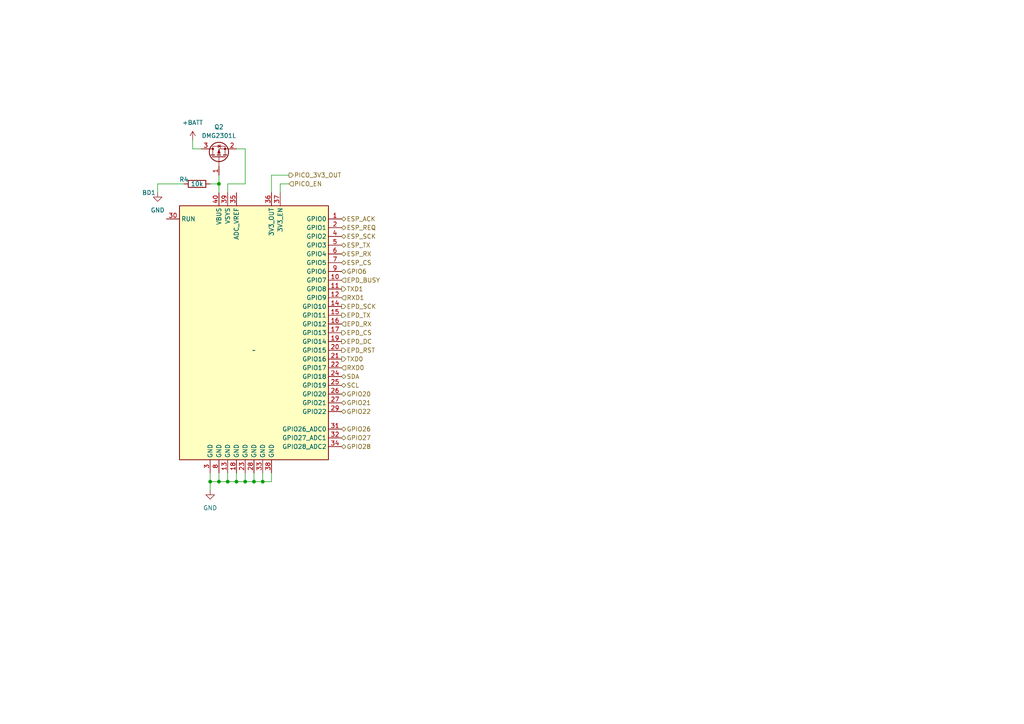
<source format=kicad_sch>
(kicad_sch (version 20231120) (generator "eeschema") (generator_version "8.0")
  (paper "A4")
  (lib_symbols
    (symbol "Custom:RPi-Pico"
      (property "Reference" "BD" (at 0 0 0))
      (symbol "RPi-Pico_0_1"
        (rectangle (start -21.59 41.91) (end 21.59 -31.75) (stroke (width 0.254)) (fill (type background)))
      )
      (symbol "RPi-Pico_1_1"
        (pin bidirectional line (at 25.4 38.1 180) (length 3.81) (name "GPIO0") (number "1"))
        (pin bidirectional line (at 25.4 20.32 180) (length 3.81) (name "GPIO7") (number "10"))
        (pin bidirectional line (at 25.4 17.78 180) (length 3.81) (name "GPIO8") (number "11"))
        (pin bidirectional line (at 25.4 15.24 180) (length 3.81) (name "GPIO9") (number "12"))
        (pin power_in line (at -7.62 -35.56 90) (length 3.81) (name "GND") (number "13"))
        (pin bidirectional line (at 25.4 12.7 180) (length 3.81) (name "GPIO10") (number "14"))
        (pin bidirectional line (at 25.4 10.16 180) (length 3.81) (name "GPIO11") (number "15"))
        (pin bidirectional line (at 25.4 7.62 180) (length 3.81) (name "GPIO12") (number "16"))
        (pin bidirectional line (at 25.4 5.08 180) (length 3.81) (name "GPIO13") (number "17"))
        (pin power_in line (at -5.08 -35.56 90) (length 3.81) (name "GND") (number "18"))
        (pin bidirectional line (at 25.4 2.54 180) (length 3.81) (name "GPIO14") (number "19"))
        (pin bidirectional line (at 25.4 35.56 180) (length 3.81) (name "GPIO1") (number "2"))
        (pin bidirectional line (at 25.4 0 180) (length 3.81) (name "GPIO15") (number "20"))
        (pin bidirectional line (at 25.4 -2.54 180) (length 3.81) (name "GPIO16") (number "21"))
        (pin bidirectional line (at 25.4 -5.08 180) (length 3.81) (name "GPIO17") (number "22"))
        (pin power_in line (at -2.54 -35.56 90) (length 3.81) (name "GND") (number "23"))
        (pin bidirectional line (at 25.4 -7.62 180) (length 3.81) (name "GPIO18") (number "24"))
        (pin bidirectional line (at 25.4 -10.16 180) (length 3.81) (name "GPIO19") (number "25"))
        (pin bidirectional line (at 25.4 -12.7 180) (length 3.81) (name "GPIO20") (number "26"))
        (pin bidirectional line (at 25.4 -15.24 180) (length 3.81) (name "GPIO21") (number "27"))
        (pin power_in line (at 0 -35.56 90) (length 3.81) (name "GND") (number "28"))
        (pin bidirectional line (at 25.4 -17.78 180) (length 3.81) (name "GPIO22") (number "29"))
        (pin power_in line (at -12.7 -35.56 90) (length 3.81) (name "GND") (number "3"))
        (pin input line (at -25.4 38.1 0) (length 3.81) (name "RUN") (number "30"))
        (pin bidirectional line (at 25.4 -22.86 180) (length 3.81) (name "GPIO26_ADC0") (number "31"))
        (pin bidirectional line (at 25.4 -25.4 180) (length 3.81) (name "GPIO27_ADC1") (number "32"))
        (pin power_in line (at 2.54 -35.56 90) (length 3.81) (name "GND") (number "33"))
        (pin bidirectional line (at 25.4 -27.94 180) (length 3.81) (name "GPIO28_ADC2") (number "34"))
        (pin power_in line (at -5.08 45.72 270) (length 3.81) (name "ADC_VREF") (number "35"))
        (pin power_out line (at 5.08 45.72 270) (length 3.81) (name "3V3_OUT") (number "36"))
        (pin power_in line (at 7.62 45.72 270) (length 3.81) (name "3V3_EN") (number "37"))
        (pin power_in line (at 5.08 -35.56 90) (length 3.81) (name "GND") (number "38"))
        (pin power_in line (at -7.62 45.72 270) (length 3.81) (name "VSYS") (number "39"))
        (pin bidirectional line (at 25.4 33.02 180) (length 3.81) (name "GPIO2") (number "4"))
        (pin power_in line (at -10.16 45.72 270) (length 3.81) (name "VBUS") (number "40"))
        (pin bidirectional line (at 25.4 30.48 180) (length 3.81) (name "GPIO3") (number "5"))
        (pin bidirectional line (at 25.4 27.94 180) (length 3.81) (name "GPIO4") (number "6"))
        (pin bidirectional line (at 25.4 25.4 180) (length 3.81) (name "GPIO5") (number "7"))
        (pin power_in line (at -10.16 -35.56 90) (length 3.81) (name "GND") (number "8"))
        (pin bidirectional line (at 25.4 22.86 180) (length 3.81) (name "GPIO6") (number "9"))
      )
    )
    (symbol "Device:R" (pin_numbers hide) (pin_names (offset 0))
      (property "Reference" "R" (at 2.032 0 90))
      (property "Value" "R" (at 0 0 90))
      (symbol "R_0_1"
        (rectangle (start -1.016 -2.54) (end 1.016 2.54) (stroke (width 0.254)))
      )
      (symbol "R_1_1"
        (pin passive line (at 0 3.81 270) (length 1.27) (name "~") (number "1"))
        (pin passive line (at 0 -3.81 90) (length 1.27) (name "~") (number "2"))
      )
    )
    (symbol "Transistor_FET:DMG2301L" (pin_names hide)
      (property "Reference" "Q" (at 5.08 1.905 0))
      (property "Value" "DMG2301L" (at 5.08 0 0))
      (symbol "DMG2301L_0_1"
        (polyline (pts (xy 0.254 0) (xy -2.54 0)))
        (polyline (pts (xy 0.254 1.905) (xy 0.254 -1.905)) (stroke (width 0.254)))
        (polyline (pts (xy 0.762 -1.27) (xy 0.762 -2.286)) (stroke (width 0.254)))
        (polyline (pts (xy 0.762 0.508) (xy 0.762 -0.508)) (stroke (width 0.254)))
        (polyline (pts (xy 0.762 2.286) (xy 0.762 1.27)) (stroke (width 0.254)))
        (polyline (pts (xy 2.54 2.54) (xy 2.54 1.778)))
        (polyline (pts (xy 2.54 -2.54) (xy 2.54 0) (xy 0.762 0)))
        (polyline (pts (xy 0.762 1.778) (xy 3.302 1.778) (xy 3.302 -1.778) (xy 0.762 -1.778)))
        (polyline (pts (xy 2.286 0) (xy 1.27 0.381) (xy 1.27 -0.381) (xy 2.286 0)) (fill (type outline)))
        (polyline (pts (xy 2.794 -0.508) (xy 2.921 -0.381) (xy 3.683 -0.381) (xy 3.81 -0.254)))
        (polyline (pts (xy 3.302 -0.381) (xy 2.921 0.254) (xy 3.683 0.254) (xy 3.302 -0.381)))
        (circle (center 1.651 0) (radius 2.794) (stroke (width 0.254)))
        (circle (center 2.54 -1.778) (radius 0.254) (fill (type outline)))
        (circle (center 2.54 1.778) (radius 0.254) (fill (type outline)))
      )
      (symbol "DMG2301L_1_1"
        (pin input line (at -5.08 0 0) (length 2.54) (name "G") (number "1"))
        (pin passive line (at 2.54 -5.08 90) (length 2.54) (name "S") (number "2"))
        (pin passive line (at 2.54 5.08 270) (length 2.54) (name "D") (number "3"))
      )
    )
    (symbol "power:+BATT" (power) (pin_names (offset 0))
      (property "Value" "+BATT" (at 0 3.556 0))
      (symbol "+BATT_0_1"
        (polyline (pts (xy -0.762 1.27) (xy 0 2.54)))
        (polyline (pts (xy 0 0) (xy 0 2.54)))
        (polyline (pts (xy 0 2.54) (xy 0.762 1.27)))
      )
      (symbol "+BATT_1_1"
        (pin power_in line (at 0 0 90) (length 0) hide (name "+BATT") (number "1"))
      )
    )
    (symbol "power:GND" (power) (pin_names (offset 0))
      (property "Value" "GND" (at 0 -3.81 0))
      (symbol "GND_0_1"
        (polyline (pts (xy 0 0) (xy 0 -1.27) (xy 1.27 -1.27) (xy 0 -2.54) (xy -1.27 -1.27) (xy 0 -1.27)))
      )
      (symbol "GND_1_1"
        (pin power_in line (at 0 0 270) (length 0) hide (name "GND") (number "1"))
      )
    )
  )
  (junction (at 63.5 53.34))
  (junction (at 76.2 139.7))
  (junction (at 63.5 139.7))
  (junction (at 60.96 139.7))
  (junction (at 68.58 139.7))
  (junction (at 66.04 139.7))
  (junction (at 71.12 139.7))
  (junction (at 73.66 139.7))
  (wire (pts (xy 63.5 137.16) (xy 63.5 139.7)))
  (wire (pts (xy 66.04 55.88) (xy 66.04 53.34)))
  (wire (pts (xy 66.04 53.34) (xy 71.12 53.34)))
  (wire (pts (xy 76.2 139.7) (xy 73.66 139.7)))
  (wire (pts (xy 71.12 137.16) (xy 71.12 139.7)))
  (wire (pts (xy 66.04 139.7) (xy 63.5 139.7)))
  (wire (pts (xy 73.66 137.16) (xy 73.66 139.7)))
  (wire (pts (xy 71.12 139.7) (xy 68.58 139.7)))
  (wire (pts (xy 78.74 50.8) (xy 83.82 50.8)))
  (wire (pts (xy 78.74 55.88) (xy 78.74 50.8)))
  (wire (pts (xy 81.28 53.34) (xy 81.28 55.88)))
  (wire (pts (xy 45.72 55.88) (xy 45.72 53.34)))
  (wire (pts (xy 73.66 139.7) (xy 71.12 139.7)))
  (wire (pts (xy 60.96 139.7) (xy 60.96 142.24)))
  (wire (pts (xy 68.58 43.18) (xy 71.12 43.18)))
  (wire (pts (xy 71.12 53.34) (xy 71.12 43.18)))
  (wire (pts (xy 78.74 139.7) (xy 76.2 139.7)))
  (wire (pts (xy 55.88 43.18) (xy 55.88 40.64)))
  (wire (pts (xy 81.28 53.34) (xy 83.82 53.34)))
  (wire (pts (xy 63.5 50.8) (xy 63.5 53.34)))
  (wire (pts (xy 66.04 137.16) (xy 66.04 139.7)))
  (wire (pts (xy 76.2 137.16) (xy 76.2 139.7)))
  (wire (pts (xy 68.58 139.7) (xy 66.04 139.7)))
  (wire (pts (xy 63.5 139.7) (xy 60.96 139.7)))
  (wire (pts (xy 78.74 137.16) (xy 78.74 139.7)))
  (wire (pts (xy 45.72 53.34) (xy 53.34 53.34)))
  (wire (pts (xy 68.58 137.16) (xy 68.58 139.7)))
  (wire (pts (xy 55.88 43.18) (xy 58.42 43.18)))
  (wire (pts (xy 60.96 137.16) (xy 60.96 139.7)))
  (wire (pts (xy 63.5 53.34) (xy 63.5 55.88)))
  (wire (pts (xy 60.96 53.34) (xy 63.5 53.34)))
  (hierarchical_label "ESP_CS" (shape bidirectional) (at 99.06 76.2 0))
  (hierarchical_label "PICO_3V3_OUT" (shape output) (at 83.82 50.8 0))
  (hierarchical_label "EPD_BUSY" (shape input) (at 99.06 81.28 0))
  (hierarchical_label "GPIO20" (shape bidirectional) (at 99.06 114.3 0))
  (hierarchical_label "EPD_SCK" (shape output) (at 99.06 88.9 0))
  (hierarchical_label "GPIO22" (shape bidirectional) (at 99.06 119.38 0))
  (hierarchical_label "EPD_RST" (shape output) (at 99.06 101.6 0))
  (hierarchical_label "GPIO28" (shape bidirectional) (at 99.06 129.54 0))
  (hierarchical_label "ESP_RX" (shape bidirectional) (at 99.06 73.66 0))
  (hierarchical_label "GPIO26" (shape bidirectional) (at 99.06 124.46 0))
  (hierarchical_label "RXD1" (shape input) (at 99.06 86.36 0))
  (hierarchical_label "EPD_RX" (shape input) (at 99.06 93.98 0))
  (hierarchical_label "GPIO21" (shape bidirectional) (at 99.06 116.84 0))
  (hierarchical_label "ESP_SCK" (shape bidirectional) (at 99.06 68.58 0))
  (hierarchical_label "SDA" (shape bidirectional) (at 99.06 109.22 0))
  (hierarchical_label "EPD_CS" (shape output) (at 99.06 96.52 0))
  (hierarchical_label "SCL" (shape bidirectional) (at 99.06 111.76 0))
  (hierarchical_label "GPIO27" (shape bidirectional) (at 99.06 127 0))
  (hierarchical_label "TXD0" (shape output) (at 99.06 104.14 0))
  (hierarchical_label "RXD0" (shape input) (at 99.06 106.68 0))
  (hierarchical_label "EPD_TX" (shape output) (at 99.06 91.44 0))
  (hierarchical_label "GPIO6" (shape bidirectional) (at 99.06 78.74 0))
  (hierarchical_label "PICO_EN" (shape input) (at 83.82 53.34 0))
  (hierarchical_label "ESP_TX" (shape bidirectional) (at 99.06 71.12 0))
  (hierarchical_label "TXD1" (shape output) (at 99.06 83.82 0))
  (hierarchical_label "ESP_ACK" (shape bidirectional) (at 99.06 63.5 0))
  (hierarchical_label "EPD_DC" (shape output) (at 99.06 99.06 0))
  (hierarchical_label "ESP_REQ" (shape bidirectional) (at 99.06 66.04 0))
  (symbol (lib_id "Device:R") (at 57.15 53.34 90) (unit 1)
    (property "Reference" "R4" (at 53.34 52.07 90))
    (property "Value" "10k" (at 57.15 53.34 90))
    (property "Footprint" "Resistor_SMD:R_0402_1005Metric_Pad0.72x0.64mm_HandSolder" (effects (hide yes)))
  )
  (symbol (lib_id "power:GND") (at 60.96 142.24 0) (unit 1)
    (property "Reference" "#PWR011" (effects (hide yes)))
    (property "Value" "GND" (at 60.96 147.32 0))
  )
  (symbol (lib_id "power:GND") (at 45.72 55.88 0) (unit 1)
    (property "Reference" "#PWR010" (effects (hide yes)))
    (property "Value" "GND" (at 45.72 60.96 0))
  )
  (symbol (lib_id "Transistor_FET:DMG2301L") (at 63.5 45.72 90) (unit 1)
    (property "Reference" "Q2" (at 63.5 36.83 90))
    (property "Value" "DMG2301L" (at 63.5 39.37 90))
    (property "Footprint" "Package_TO_SOT_SMD:SOT-23" (effects (hide yes)))
    (property "Datasheet" "https://www.diodes.com/assets/Datasheets/DMG2301L.pdf" (effects (hide yes)))
  )
  (symbol (lib_id "power:+BATT") (at 55.88 40.64 0) (unit 1)
    (property "Reference" "#PWR09" (effects (hide yes)))
    (property "Value" "+BATT" (at 55.88 35.56 0))
  )
  (symbol (lib_id "Custom:RPi-Pico") (at 73.66 101.6 0) (unit 1)
    (property "Reference" "BD1" (at 43.18 55.88 0))
    (property "Value" "~" (at 73.66 101.6 0))
    (property "Footprint" "Library:RPi-Pico-THT" (effects (hide yes)))
  )
)
</source>
